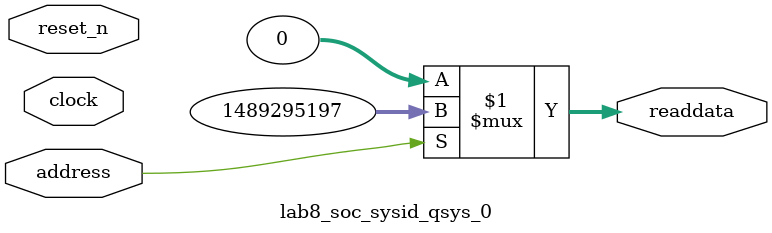
<source format=v>

`timescale 1ns / 1ps
// synthesis translate_on

// turn off superfluous verilog processor warnings 
// altera message_level Level1 
// altera message_off 10034 10035 10036 10037 10230 10240 10030 

module lab8_soc_sysid_qsys_0 (
               // inputs:
                address,
                clock,
                reset_n,

               // outputs:
                readdata
             )
;

  output  [ 31: 0] readdata;
  input            address;
  input            clock;
  input            reset_n;

  wire    [ 31: 0] readdata;
  //control_slave, which is an e_avalon_slave
  assign readdata = address ? 1489295197 : 0;

endmodule




</source>
